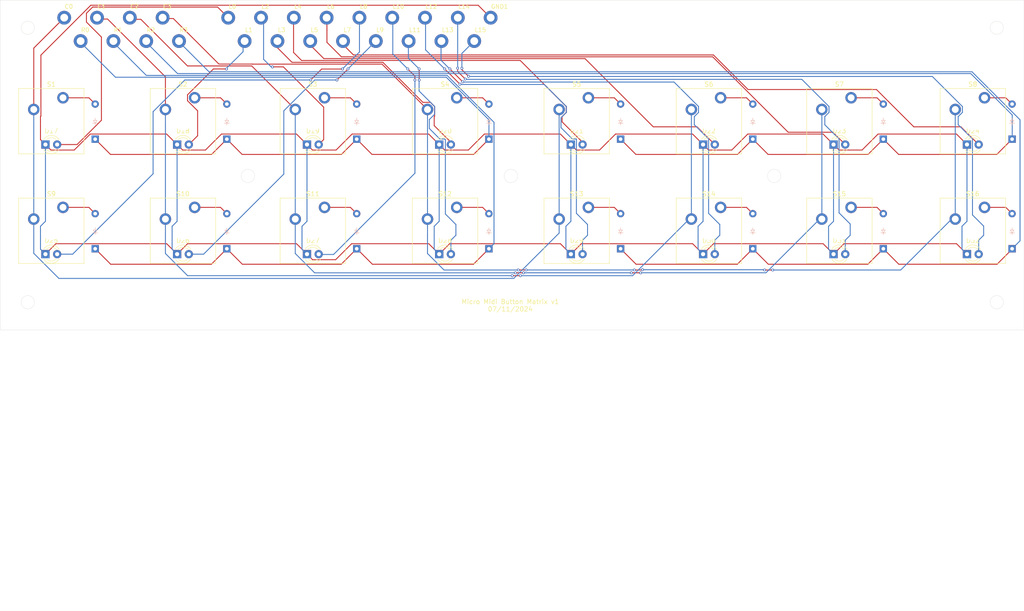
<source format=kicad_pcb>
(kicad_pcb (version 20240108) (generator "pcbnew") (generator_version "8.0")
  (layers (0 "F.Cu" signal) (31 "B.Cu" signal) (34 "B.Paste" user) (35 "F.Paste" user) (36 "B.SilkS" user "B.Silkscreen") (37 "F.SilkS" user "F.Silkscreen") (38 "B.Mask" user) (39 "F.Mask" user) (44 "Edge.Cuts" user))
  (net 0 "")
  (net 1 "Net-(D1-A)")
  (net 2 "Net-(D2-A)")
  (net 3 "Net-(D3-A)")
  (net 4 "Net-(D4-A)")
  (net 5 "Net-(D5-A)")
  (net 6 "Net-(D6-A)")
  (net 7 "Net-(D7-A)")
  (net 8 "Net-(D8-A)")
  (net 9 "Net-(D9-A)")
  (net 10 "Net-(D10-A)")
  (net 11 "Net-(D11-A)")
  (net 12 "Net-(D12-A)")
  (net 13 "Net-(D13-A)")
  (net 14 "Net-(D14-A)")
  (net 15 "Net-(D15-A)")
  (net 16 "Net-(D16-A)")
  (net 17 "Net-(D17-A)")
  (net 18 "Net-(D18-A)")
  (net 19 "Net-(D19-A)")
  (net 20 "Net-(D20-A)")
  (net 21 "Net-(D21-A)")
  (net 22 "Net-(D22-A)")
  (net 23 "Net-(D23-A)")
  (net 24 "Net-(D24-A)")
  (net 25 "Net-(D25-A)")
  (net 26 "Net-(D26-A)")
  (net 27 "Net-(D27-A)")
  (net 28 "Net-(D28-A)")
  (net 29 "Net-(D29-A)")
  (net 30 "Net-(D30-A)")
  (net 31 "Net-(D31-A)")
  (net 32 "Net-(D32-A)")
  (net 33 "Net-(C0-Pad1)")
  (net 34 "Net-(D1-K)")
  (net 35 "Net-(D5-K)")
  (net 36 "Net-(D10-K)")
  (net 37 "Net-(D13-K)")
  (net 38 "Net-(D17-K)")
  (net 39 "Net-(C1-Pad1)")
  (net 40 "Net-(C2-Pad1)")
  (net 41 "Net-(C3-Pad1)")
  (footprint "ScottoKeebs_MX:MX_PCB_1.00u" (layer "F.Cu") (at 246.803076 115.441549)
    (property "Reference" "S16")
    (property "Value" "Keyswitch")
  )
  (footprint "LED_THT:LED_D3.0mm" (layer "F.Cu") (at 74.083076 96.709049)
    (property "Reference" "D18")
    (property "Value" "LED")
  )
  (footprint "CustomLib:THROUGH HOLE PAD 1.7MM HOLE 3.0MM PAD" (layer "F.Cu") (at 56.698076 69.150049)
    (property "Reference" "C1")
    (property "Value" "MountingHole_Pad" (hide yes))
  )
  (footprint "LED_THT:LED_D3.0mm" (layer "F.Cu") (at 245.533076 96.709049)
    (property "Reference" "D24")
    (property "Value" "LED")
  )
  (footprint "LED_THT:LED_D3.0mm" (layer "F.Cu") (at 188.253076 96.709049)
    (property "Reference" "D22")
    (property "Value" "LED")
  )
  (footprint "LED_THT:LED_D3.0mm" (layer "F.Cu") (at 188.253076 120.521549)
    (property "Reference" "D30")
    (property "Value" "LED")
  )
  (footprint "CustomLib:THROUGH HOLE PAD 1.7MM HOLE 3.0MM PAD" (layer "F.Cu") (at 127.898076 69.150049)
    (property "Reference" "L12")
    (property "Value" "MountingHole_Pad" (hide yes))
  )
  (footprint "CustomLib:THROUGH HOLE PAD 1.7MM HOLE 3.0MM PAD" (layer "F.Cu") (at 63.818076 69.150049)
    (property "Reference" "C2")
    (property "Value" "MountingHole_Pad" (hide yes))
  )
  (footprint "LED_THT:LED_D3.0mm" (layer "F.Cu") (at 102.273076 96.709049)
    (property "Reference" "D19")
    (property "Value" "LED")
  )
  (footprint "CustomLib:THROUGH HOLE PAD 1.7MM HOLE 3.0MM PAD" (layer "F.Cu") (at 92.298076 69.150049)
    (property "Reference" "L2")
    (property "Value" "MountingHole_Pad" (hide yes))
  )
  (footprint "CustomLib:THROUGH HOLE PAD 1.7MM HOLE 3.0MM PAD" (layer "F.Cu") (at 53.138076 74.230049)
    (property "Reference" "R0")
    (property "Value" "MountingHole_Pad" (hide yes))
  )
  (footprint "ScottoKeebs_MX:MX_PCB_1.00u" (layer "F.Cu") (at 132.243076 115.441549)
    (property "Reference" "S12")
    (property "Value" "Keyswitch")
  )
  (footprint "CustomLib:THROUGH HOLE PAD 1.7MM HOLE 3.0MM PAD" (layer "F.Cu") (at 124.338076 74.230049)
    (property "Reference" "L11")
    (property "Value" "MountingHole_Pad" (hide yes))
  )
  (footprint "LED_THT:LED_D3.0mm" (layer "F.Cu") (at 130.973076 96.709049)
    (property "Reference" "D20")
    (property "Value" "LED")
  )
  (footprint "CustomLib:THROUGH HOLE PAD 1.7MM HOLE 3.0MM PAD" (layer "F.Cu") (at 102.978076 74.230049)
    (property "Reference" "L5")
    (property "Value" "MountingHole_Pad" (hide yes))
  )
  (footprint "LED_THT:LED_D3.0mm" (layer "F.Cu") (at 45.503076 120.521549)
    (property "Reference" "D25")
    (property "Value" "LED")
  )
  (footprint "ScottoKeebs_MX:MX_PCB_1.00u" (layer "F.Cu") (at 46.773076 91.629049)
    (property "Reference" "S1")
    (property "Value" "Keyswitch")
  )
  (footprint "ScottoKeebs_MX:MX_PCB_1.00u" (layer "F.Cu") (at 246.803076 91.629049)
    (property "Reference" "S8")
    (property "Value" "Keyswitch")
  )
  (footprint "ScottoKeebs_MX:MX_PCB_1.00u" (layer "F.Cu") (at 75.353076 115.441549)
    (property "Reference" "S10")
    (property "Value" "Keyswitch")
  )
  (footprint "LED_THT:LED_D3.0mm" (layer "F.Cu") (at 102.273076 120.521549)
    (property "Reference" "D27")
    (property "Value" "LED")
  )
  (footprint "LED_THT:LED_D3.0mm" (layer "F.Cu") (at 216.573076 120.521549)
    (property "Reference" "D31")
    (property "Value" "LED")
  )
  (footprint "CustomLib:THROUGH HOLE PAD 1.7MM HOLE 3.0MM PAD" (layer "F.Cu") (at 88.738076 74.230049)
    (property "Reference" "L1")
    (property "Value" "MountingHole_Pad" (hide yes))
  )
  (footprint "CustomLib:THROUGH HOLE PAD 1.7MM HOLE 3.0MM PAD" (layer "F.Cu") (at 85.178076 69.150049)
    (property "Reference" "L0")
    (property "Value" "MountingHole_Pad" (hide yes))
  )
  (footprint "ScottoKeebs_MX:MX_PCB_1.00u" (layer "F.Cu") (at 217.843076 115.441549)
    (property "Reference" "S15")
    (property "Value" "Keyswitch")
  )
  (footprint "CustomLib:THROUGH HOLE PAD 1.7MM HOLE 3.0MM PAD" (layer "F.Cu") (at 120.778076 69.150049)
    (property "Reference" "L10")
    (property "Value" "MountingHole_Pad" (hide yes))
  )
  (footprint "CustomLib:THROUGH HOLE PAD 1.7MM HOLE 3.0MM PAD" (layer "F.Cu") (at 99.418076 69.150049)
    (property "Reference" "L4")
    (property "Value" "MountingHole_Pad" (hide yes))
  )
  (footprint "CustomLib:THROUGH HOLE PAD 1.7MM HOLE 3.0MM PAD" (layer "F.Cu") (at 70.938076 69.150049)
    (property "Reference" "C3")
    (property "Value" "MountingHole_Pad" (hide yes))
  )
  (footprint "ScottoKeebs_MX:MX_PCB_1.00u" (layer "F.Cu") (at 75.353076 91.629049)
    (property "Reference" "S2")
    (property "Value" "Keyswitch")
  )
  (footprint "ScottoKeebs_MX:MX_PCB_1.00u" (layer "F.Cu") (at 160.823076 91.629049)
    (property "Reference" "S5")
    (property "Value" "Keyswitch")
  )
  (footprint "CustomLib:THROUGH HOLE PAD 1.7MM HOLE 3.0MM PAD" (layer "F.Cu") (at 113.658076 69.150049)
    (property "Reference" "L8")
    (property "Value" "MountingHole_Pad" (hide yes))
  )
  (footprint "CustomLib:THROUGH HOLE PAD 1.7MM HOLE 3.0MM PAD" (layer "F.Cu") (at 131.458076 74.230049)
    (property "Reference" "L13")
    (property "Value" "MountingHole_Pad" (hide yes))
  )
  (footprint "ScottoKeebs_MX:MX_PCB_1.00u" (layer "F.Cu") (at 217.843076 91.629049)
    (property "Reference" "S7")
    (property "Value" "Keyswitch")
  )
  (footprint "CustomLib:THROUGH HOLE PAD 1.7MM HOLE 3.0MM PAD" (layer "F.Cu") (at 60.258076 74.230049)
    (property "Reference" "R1")
    (property "Value" "MountingHole_Pad" (hide yes))
  )
  (footprint "CustomLib:THROUGH HOLE PAD 1.7MM HOLE 3.0MM PAD" (layer "F.Cu") (at 106.538076 69.150049)
    (property "Reference" "L6")
    (property "Value" "MountingHole_Pad" (hide yes))
  )
  (footprint "CustomLib:THROUGH HOLE PAD 1.7MM HOLE 3.0MM PAD" (layer "F.Cu") (at 110.098076 74.230049)
    (property "Reference" "L7")
    (property "Value" "MountingHole_Pad" (hide yes))
  )
  (footprint "CustomLib:THROUGH HOLE PAD 1.7MM HOLE 3.0MM PAD" (layer "F.Cu") (at 67.378076 74.230049)
    (property "Reference" "R2")
    (property "Value" "MountingHole_Pad" (hide yes))
  )
  (footprint "ScottoKeebs_MX:MX_PCB_1.00u" (layer "F.Cu") (at 132.243076 91.629049)
    (property "Reference" "S4")
    (property "Value" "Keyswitch")
  )
  (footprint "ScottoKeebs_MX:MX_PCB_1.00u" (layer "F.Cu") (at 160.823076 115.441549)
    (property "Reference" "S13")
    (property "Value" "Keyswitch")
  )
  (footprint "CustomLib:THROUGH HOLE PAD 1.7MM HOLE 3.0MM PAD" (layer "F.Cu") (at 138.578076 74.230049)
    (property "Reference" "L15")
    (property "Value" "MountingHole_Pad" (hide yes))
  )
  (footprint "CustomLib:THROUGH HOLE PAD 1.7MM HOLE 3.0MM PAD" (layer "F.Cu") (at 142.138076 69.150049)
    (property "Reference" "GND1")
    (property "Value" "MountingHole_Pad" (hide yes))
  )
  (footprint "ScottoKeebs_MX:MX_PCB_1.00u" (layer "F.Cu") (at 189.523076 115.441549)
    (property "Reference" "S14")
    (property "Value" "Keyswitch")
  )
  (footprint "CustomLib:THROUGH HOLE PAD 1.7MM HOLE 3.0MM PAD" (layer "F.Cu") (at 49.578076 69.150049)
    (property "Reference" "C0")
    (property "Value" "MountingHole_Pad" (hide yes))
  )
  (footprint "ScottoKeebs_MX:MX_PCB_1.00u" (layer "F.Cu") (at 103.543076 91.629049)
    (property "Reference" "S3")
    (property "Value" "Keyswitch")
  )
  (footprint "LED_THT:LED_D3.0mm" (layer "F.Cu") (at 130.973076 120.521549)
    (property "Reference" "D28")
    (property "Value" "LED")
  )
  (footprint "LED_THT:LED_D3.0mm" (layer "F.Cu") (at 74.083076 120.521549)
    (property "Reference" "D26")
    (property "Value" "LED")
  )
  (footprint "LED_THT:LED_D3.0mm" (layer "F.Cu") (at 159.553076 96.709049)
    (property "Reference" "D21")
    (property "Value" "LED")
  )
  (footprint "CustomLib:THROUGH HOLE PAD 1.7MM HOLE 3.0MM PAD" (layer "F.Cu") (at 74.498076 74.230049)
    (property "Reference" "R3")
    (property "Value" "MountingHole_Pad" (hide yes))
  )
  (footprint "LED_THT:LED_D3.0mm" (layer "F.Cu") (at 216.573076 96.709049)
    (property "Reference" "D23")
    (property "Value" "LED")
  )
  (footprint "CustomLib:THROUGH HOLE PAD 1.7MM HOLE 3.0MM PAD" (layer "F.Cu") (at 135.018076 69.150049)
    (property "Reference" "L14")
    (property "Value" "MountingHole_Pad" (hide yes))
  )
  (footprint "LED_THT:LED_D3.0mm" (layer "F.Cu") (at 45.503076 96.709049)
    (property "Reference" "D17")
    (property "Value" "LED")
  )
  (footprint "LED_THT:LED_D3.0mm" (layer "F.Cu") (at 245.533076 120.521549)
    (property "Reference" "D32")
    (property "Value" "LED")
  )
  (footprint "ScottoKeebs_MX:MX_PCB_1.00u" (layer "F.Cu") (at 46.773076 115.441549)
    (property "Reference" "S9")
    (property "Value" "Keyswitch")
  )
  (footprint "ScottoKeebs_MX:MX_PCB_1.00u" (layer "F.Cu") (at 103.543076 115.441549)
    (property "Reference" "S11")
    (property "Value" "Keyswitch")
  )
  (footprint "ScottoKeebs_MX:MX_PCB_1.00u" (layer "F.Cu") (at 189.523076 91.629049)
    (property "Reference" "S6")
    (property "Value" "Keyswitch")
  )
  (footprint "CustomLib:THROUGH HOLE PAD 1.7MM HOLE 3.0MM PAD" (layer "F.Cu") (at 95.858076 74.230049)
    (property "Reference" "L3")
    (property "Value" "MountingHole_Pad" (hide yes))
  )
  (footprint "LED_THT:LED_D3.0mm" (layer "F.Cu") (at 159.553076 120.521549)
    (property "Reference" "D29")
    (property "Value" "LED")
  )
  (footprint "CustomLib:THROUGH HOLE PAD 1.7MM HOLE 3.0MM PAD" (layer "F.Cu") (at 117.218076 74.230049)
    (property "Reference" "L9")
    (property "Value" "MountingHole_Pad" (hide yes))
  )
  (footprint "ScottoKeebs_Components:Diode_DO-35" (layer "B.Cu") (at 84.878076 95.536549 90)
    (property "Reference" "D2" (hide yes))
    (property "Value" "Diode" (hide yes))
  )
  (footprint "ScottoKeebs_Components:Diode_DO-35" (layer "B.Cu") (at 227.378076 95.536549 90)
    (property "Reference" "D7" (hide yes))
    (property "Value" "Diode" (hide yes))
  )
  (footprint "ScottoKeebs_Components:Diode_DO-35" (layer "B.Cu") (at 56.298076 119.349049 90)
    (property "Reference" "D9" (hide yes))
    (property "Value" "Diode" (hide yes))
  )
  (footprint "ScottoKeebs_Components:Diode_DO-35" (layer "B.Cu") (at 56.298076 95.536549 90)
    (property "Reference" "D1" (hide yes))
    (property "Value" "Diode" (hide yes))
  )
  (footprint "ScottoKeebs_Components:Diode_DO-35" (layer "B.Cu") (at 170.348076 95.536549 90)
    (property "Reference" "D5" (hide yes))
    (property "Value" "Diode" (hide yes))
  )
  (footprint "ScottoKeebs_Components:Diode_DO-35" (layer "B.Cu") (at 84.878076 119.349049 90)
    (property "Reference" "D10" (hide yes))
    (property "Value" "Diode" (hide yes))
  )
  (footprint "ScottoKeebs_Components:Diode_DO-35" (layer "B.Cu") (at 227.378076 119.349049 90)
    (property "Reference" "D15" (hide yes))
    (property "Value" "Diode" (hide yes))
  )
  (footprint "ScottoKeebs_Components:Diode_DO-35" (layer "B.Cu") (at 255.328076 95.536549 90)
    (property "Reference" "D8" (hide yes))
    (property "Value" "Diode" (hide yes))
  )
  (footprint "ScottoKeebs_Components:Diode_DO-35" (layer "B.Cu") (at 113.068076 95.536549 90)
    (property "Reference" "D3" (hide yes))
    (property "Value" "Diode" (hide yes))
  )
  (footprint "ScottoKeebs_Components:Diode_DO-35" (layer "B.Cu") (at 141.768076 95.536549 90)
    (property "Reference" "D4" (hide yes))
    (property "Value" "Diode" (hide yes))
  )
  (footprint "ScottoKeebs_Components:Diode_DO-35" (layer "B.Cu") (at 170.348076 119.349049 90)
    (property "Reference" "D13" (hide yes))
    (property "Value" "Diode" (hide yes))
  )
  (footprint "ScottoKeebs_Components:Diode_DO-35" (layer "B.Cu") (at 199.048076 95.536549 90)
    (property "Reference" "D6" (hide yes))
    (property "Value" "Diode" (hide yes))
  )
  (footprint "ScottoKeebs_Components:Diode_DO-35" (layer "B.Cu") (at 255.328076 119.349049 90)
    (property "Reference" "D16" (hide yes))
    (property "Value" "Diode" (hide yes))
  )
  (footprint "ScottoKeebs_Components:Diode_DO-35" (layer "B.Cu") (at 113.068076 119.349049 90)
    (property "Reference" "D11" (hide yes))
    (property "Value" "Diode" (hide yes))
  )
  (footprint "ScottoKeebs_Components:Diode_DO-35" (layer "B.Cu") (at 199.048076 119.349049 90)
    (property "Reference" "D14" (hide yes))
    (property "Value" "Diode" (hide yes))
  )
  (footprint "ScottoKeebs_Components:Diode_DO-35" (layer "B.Cu") (at 141.768076 119.349049 90)
    (property "Reference" "D12" (hide yes))
    (property "Value" "Diode" (hide yes))
  )
  (gr_circle (center 89.448076 103.535549) (end 87.996451 103.535549) (stroke (width 0.05)) (fill none) (layer "Edge.Cuts"))
  (gr_circle (center 252.003076 130.966049) (end 250.551451 130.966049) (stroke (width 0.05)) (fill none) (layer "Edge.Cuts"))
  (gr_circle (center 252.003076 71.334049) (end 250.551451 71.334049) (stroke (width 0.05)) (fill none) (layer "Edge.Cuts"))
  (gr_circle (center 146.533076 103.535549) (end 145.081451 103.535549) (stroke (width 0.05)) (fill none) (layer "Edge.Cuts"))
  (gr_circle (center 41.663076 130.966049) (end 40.211451 130.966049) (stroke (width 0.05)) (fill none) (layer "Edge.Cuts"))
  (gr_circle (center 203.683076 103.535549) (end 202.231451 103.535549) (stroke (width 0.05)) (fill none) (layer "Edge.Cuts"))
  (gr_rect (start 35.663076 65.334049) (end 257.913076 136.966049) (stroke (width 0.05)) (fill none) (layer "Edge.Cuts"))
  (gr_circle (center 41.663076 71.334049) (end 40.211451 71.334049) (stroke (width 0.05)) (fill none) (layer "Edge.Cuts"))
  (gr_text "Micro Midi Button Matrix v1\n07/11/2024" (at 146.403076 133.045549 0) (layer "F.SilkS") (effects (font (size 1 1)) (justify bottom)))
  (segment (start 49.313076 86.707799) (end 49.154326 86.866549) (width 0.2) (layer "F.Cu") (net 1))
  (segment (start 49.313076 86.549049) (end 54.930576 86.549049) (width 0.2) (layer "F.Cu") (net 1))
  (segment (start 49.313076 86.549049) (end 49.313076 86.707799) (width 0.2) (layer "F.Cu") (net 1))
  (segment (start 54.930576 86.549049) (end 56.298076 87.916549) (width 0.2) (layer "F.Cu") (net 1))
  (segment (start 77.893076 86.549049) (end 83.510576 86.549049) (width 0.2) (layer "F.Cu") (net 2))
  (segment (start 83.510576 86.549049) (end 84.878076 87.916549) (width 0.2) (layer "F.Cu") (net 2))
  (segment (start 106.083076 86.549049) (end 111.700576 86.549049) (width 0.2) (layer "F.Cu") (net 3))
  (segment (start 111.700576 86.549049) (end 113.068076 87.916549) (width 0.2) (layer "F.Cu") (net 3))
  (segment (start 134.783076 86.549049) (end 140.400576 86.549049) (width 0.2) (layer "F.Cu") (net 4))
  (segment (start 140.400576 86.549049) (end 141.768076 87.916549) (width 0.2) (layer "F.Cu") (net 4))
  (segment (start 163.363076 86.549049) (end 168.980576 86.549049) (width 0.2) (layer "F.Cu") (net 5))
  (segment (start 168.980576 86.549049) (end 170.348076 87.916549) (width 0.2) (layer "F.Cu") (net 5))
  (segment (start 197.680576 86.549049) (end 199.048076 87.916549) (width 0.2) (layer "F.Cu") (net 6))
  (segment (start 192.063076 86.549049) (end 197.680576 86.549049) (width 0.2) (layer "F.Cu") (net 6))
  (segment (start 220.383076 86.549049) (end 226.010576 86.549049) (width 0.2) (layer "F.Cu") (net 7))
  (segment (start 226.010576 86.549049) (end 227.378076 87.916549) (width 0.2) (layer "F.Cu") (net 7))
  (segment (start 253.939326 86.549049) (end 255.306826 87.916549) (width 0.2) (layer "F.Cu") (net 8))
  (segment (start 249.343076 86.549049) (end 253.939326 86.549049) (width 0.2) (layer "F.Cu") (net 8))
  (segment (start 49.313076 110.361549) (end 54.930576 110.361549) (width 0.2) (layer "F.Cu") (net 9))
  (segment (start 54.930576 110.361549) (end 56.298076 111.729049) (width 0.2) (layer "F.Cu") (net 9))
  (segment (start 77.893076 110.361549) (end 83.510576 110.361549) (width 0.2) (layer "F.Cu") (net 10))
  (segment (start 83.510576 110.361549) (end 84.878076 111.729049) (width 0.2) (layer "F.Cu") (net 10))
  (segment (start 106.083076 110.361549) (end 111.700576 110.361549) (width 0.2) (layer "F.Cu") (net 11))
  (segment (start 111.700576 110.361549) (end 113.068076 111.729049) (width 0.2) (layer "F.Cu") (net 11))
  (segment (start 140.400576 110.361549) (end 141.768076 111.729049) (width 0.2) (layer "F.Cu") (net 12))
  (segment (start 134.783076 110.361549) (end 140.400576 110.361549) (width 0.2) (layer "F.Cu") (net 12))
  (segment (start 168.980576 110.361549) (end 170.348076 111.729049) (width 0.2) (layer "F.Cu") (net 13))
  (segment (start 163.363076 110.361549) (end 168.980576 110.361549) (width 0.2) (layer "F.Cu") (net 13))
  (segment (start 192.063076 110.361549) (end 197.680576 110.361549) (width 0.2) (layer "F.Cu") (net 14))
  (segment (start 197.680576 110.361549) (end 199.048076 111.729049) (width 0.2) (layer "F.Cu") (net 14))
  (segment (start 226.010576 110.361549) (end 227.378076 111.729049) (width 0.2) (layer "F.Cu") (net 15))
  (segment (start 220.383076 110.361549) (end 226.010576 110.361549) (width 0.2) (layer "F.Cu") (net 15))
  (segment (start 253.960576 110.361549) (end 255.328076 111.729049) (width 0.2) (layer "F.Cu") (net 16))
  (segment (start 249.343076 110.361549) (end 253.960576 110.361549) (width 0.2) (layer "F.Cu") (net 16))
  (segment (start 55.745384 66.850049) (end 82.878076 66.850049) (width 0.2) (layer "F.Cu") (net 17))
  (segment (start 54.398076 70.102741) (end 54.398076 68.197357) (width 0.2) (layer "F.Cu") (net 17))
  (segment (start 54.398076 68.197357) (end 55.745384 66.850049) (width 0.2) (layer "F.Cu") (net 17))
  (segment (start 48.043076 96.709049) (end 52.377872 96.709049) (width 0.2) (layer "F.Cu") (net 17))
  (segment (start 82.878076 66.850049) (end 85.178076 69.150049) (width 0.2) (layer "F.Cu") (net 17))
  (segment (start 57.650768 91.436153) (end 57.650768 73.355433) (width 0.2) (layer "F.Cu") (net 17))
  (segment (start 57.650768 73.355433) (end 54.398076 70.102741) (width 0.2) (layer "F.Cu") (net 17))
  (segment (start 52.377872 96.709049) (end 57.650768 91.436153) (width 0.2) (layer "F.Cu") (net 17))
  (segment (start 78.535108 89.383113) (end 78.535108 94.797017) (width 0.2) (layer "F.Cu") (net 18))
  (segment (start 81.959527 80.290566) (end 76.343076 85.907017) (width 0.2) (layer "F.Cu") (net 18))
  (segment (start 84.803076 80.290566) (end 81.959527 80.290566) (width 0.2) (layer "F.Cu") (net 18))
  (segment (start 76.343076 85.907017) (end 76.343076 87.191081) (width 0.2) (layer "F.Cu") (net 18))
  (segment (start 78.535108 94.797017) (end 76.623076 96.709049) (width 0.2) (layer "F.Cu") (net 18))
  (segment (start 76.343076 87.191081) (end 78.535108 89.383113) (width 0.2) (layer "F.Cu") (net 18))
  (via (at 84.803076 80.290566) (size 0.6) (drill 0.3) (layers "F.Cu" "B.Cu") (net 18))
  (segment (start 84.803076 80.290566) (end 84.803076 80.145253) (width 0.2) (layer "B.Cu") (net 18))
  (segment (start 88.403847 74.564278) (end 88.738076 74.230049) (width 0.2) (layer "B.Cu") (net 18))
  (segment (start 88.403847 76.544482) (end 88.403847 74.564278) (width 0.2) (layer "B.Cu") (net 18))
  (segment (start 84.803076 80.145253) (end 88.403847 76.544482) (width 0.2) (layer "B.Cu") (net 18))
  (segment (start 94.794213 79.832548) (end 97.144459 79.832548) (width 0.2) (layer "F.Cu") (net 19))
  (segment (start 94.781887 79.844874) (end 94.794213 79.832548) (width 0.2) (layer "F.Cu") (net 19))
  (segment (start 105.893076 88.581165) (end 105.893076 95.629049) (width 0.2) (layer "F.Cu") (net 19))
  (segment (start 97.144459 79.832548) (end 105.893076 88.581165) (width 0.2) (layer "F.Cu") (net 19))
  (segment (start 105.893076 95.629049) (end 104.813076 96.709049) (width 0.2) (layer "F.Cu") (net 19))
  (via (at 94.781887 79.844874) (size 0.6) (drill 0.3) (layers "F.Cu" "B.Cu") (net 19))
  (segment (start 94.781887 79.844874) (end 94.50851 79.844874) (width 0.2) (layer "B.Cu") (net 19))
  (segment (start 92.85377 78.190134) (end 92.85377 69.705743) (width 0.2) (layer "B.Cu") (net 19))
  (segment (start 94.50851 79.844874) (end 92.85377 78.190134) (width 0.2) (layer "B.Cu") (net 19))
  (segment (start 92.85377 69.705743) (end 92.298076 69.150049) (width 0.2) (layer "B.Cu") (net 19))
  (segment (start 129.983076 90.565647) (end 129.983076 88.447017) (width 0.2) (layer "F.Cu") (net 20))
  (segment (start 129.983076 88.447017) (end 129.075108 87.539049) (width 0.2) (layer "F.Cu") (net 20))
  (segment (start 127.431446 87.539049) (end 118.737271 78.844874) (width 0.2) (layer "F.Cu") (net 20))
  (segment (start 95.853076 74.235049) (end 95.858076 74.230049) (width 0.2) (layer "F.Cu") (net 20))
  (segment (start 95.853076 75.680855) (end 95.853076 74.235049) (width 0.2) (layer "F.Cu") (net 20))
  (segment (start 129.893076 90.655647) (end 129.983076 90.565647) (width 0.2) (layer "F.Cu") (net 20))
  (segment (start 133.513076 96.222451) (end 129.893076 92.602451) (width 0.2) (layer "F.Cu") (net 20))
  (segment (start 99.017095 78.844874) (end 95.853076 75.680855) (width 0.2) (layer "F.Cu") (net 20))
  (segment (start 118.737271 78.844874) (end 99.017095 78.844874) (width 0.2) (layer "F.Cu") (net 20))
  (segment (start 129.893076 92.602451) (end 129.893076 90.655647) (width 0.2) (layer "F.Cu") (net 20))
  (segment (start 129.075108 87.539049) (end 127.431446 87.539049) (width 0.2) (layer "F.Cu") (net 20))
  (segment (start 133.513076 96.709049) (end 133.513076 96.222451) (width 0.2) (layer "F.Cu") (net 20))
  (segment (start 99.363076 69.205049) (end 99.418076 69.150049) (width 0.2) (layer "F.Cu") (net 21))
  (segment (start 162.093076 96.709049) (end 162.093076 96.225664) (width 0.2) (layer "F.Cu") (net 21))
  (segment (start 158.563076 88.447017) (end 148.560933 78.444874) (width 0.2) (layer "F.Cu") (net 21))
  (segment (start 158.563076 89.731081) (end 158.563076 88.447017) (width 0.2) (layer "F.Cu") (net 21))
  (segment (start 157.655108 90.639049) (end 158.563076 89.731081) (width 0.2) (layer "F.Cu") (net 21))
  (segment (start 157.655108 91.787696) (end 157.655108 90.639049) (width 0.2) (layer "F.Cu") (net 21))
  (segment (start 99.363076 76.711771) (end 99.363076 69.205049) (width 0.2) (layer "F.Cu") (net 21))
  (segment (start 101.096179 78.444874) (end 99.363076 76.711771) (width 0.2) (layer "F.Cu") (net 21))
  (segment (start 148.560933 78.444874) (end 101.096179 78.444874) (width 0.2) (layer "F.Cu") (net 21))
  (segment (start 162.093076 96.225664) (end 157.655108 91.787696) (width 0.2) (layer "F.Cu") (net 21))
  (segment (start 190.793076 96.709049) (end 186.938076 92.854049) (width 0.2) (layer "F.Cu") (net 22))
  (segment (start 177.431566 92.854049) (end 162.622391 78.044874) (width 0.2) (layer "F.Cu") (net 22))
  (segment (start 102.978076 75.091017) (end 102.978076 74.230049) (width 0.2) (layer "F.Cu") (net 22))
  (segment (start 162.622391 78.044874) (end 105.931933 78.044874) (width 0.2) (layer "F.Cu") (net 22))
  (segment (start 105.931933 78.044874) (end 102.978076 75.091017) (width 0.2) (layer "F.Cu") (net 22))
  (segment (start 186.938076 92.854049) (end 177.431566 92.854049) (width 0.2) (layer "F.Cu") (net 22))
  (segment (start 106.59948 69.211453) (end 106.538076 69.150049) (width 0.2) (layer "F.Cu") (net 23))
  (segment (start 190.332036 77.644874) (end 109.73652 77.644874) (width 0.2) (layer "F.Cu") (net 23))
  (segment (start 109.73652 77.644874) (end 106.59948 74.507834) (width 0.2) (layer "F.Cu") (net 23))
  (segment (start 219.113076 96.709049) (end 216.440576 94.036549) (width 0.2) (layer "F.Cu") (net 23))
  (segment (start 216.440576 94.036549) (end 206.723711 94.036549) (width 0.2) (layer "F.Cu") (net 23))
  (segment (start 106.59948 74.507834) (end 106.59948 71.834049) (width 0.2) (layer "F.Cu") (net 23))
  (segment (start 206.723711 94.036549) (end 190.332036 77.644874) (width 0.2) (layer "F.Cu") (net 23))
  (segment (start 106.59948 71.834049) (end 106.59948 69.211453) (width 0.2) (layer "F.Cu") (net 23))
  (segment (start 248.073076 96.709049) (end 244.218076 92.854049) (width 0.2) (layer "F.Cu") (net 24))
  (segment (start 110.098076 74.985638) (end 110.098076 74.230049) (width 0.2) (layer "F.Cu") (net 24))
  (segment (start 190.497722 77.244874) (end 112.357312 77.244874) (width 0.2) (layer "F.Cu") (net 24))
  (segment (start 198.015411 84.762564) (end 193.320853 80.068006) (width 0.2) (layer "F.Cu") (net 24))
  (segment (start 112.357312 77.244874) (end 110.098076 74.985638) (width 0.2) (layer "F.Cu") (net 24))
  (segment (start 193.320853 80.068006) (end 190.497722 77.244874) (width 0.2) (layer "F.Cu") (net 24))
  (segment (start 244.218076 92.854049) (end 233.984027 92.854049) (width 0.2) (layer "F.Cu") (net 24))
  (segment (start 233.984027 92.854049) (end 225.892542 84.762564) (width 0.2) (layer "F.Cu") (net 24))
  (segment (start 225.892542 84.762564) (end 198.015411 84.762564) (width 0.2) (layer "F.Cu") (net 24))
  (segment (start 103.090999 82.671279) (end 103.090999 82.690566) (width 0.2) (layer "F.Cu") (net 25))
  (segment (start 109.966647 80.312926) (end 105.449352 80.312926) (width 0.2) (layer "F.Cu") (net 25))
  (segment (start 105.449352 80.312926) (end 103.090999 82.671279) (width 0.2) (layer "F.Cu") (net 25))
  (segment (start 109.989007 80.290566) (end 109.966647 80.312926) (width 0.2) (layer "F.Cu") (net 25))
  (via (at 103.090999 82.690566) (size 0.6) (drill 0.3) (layers "F.Cu" "B.Cu") (net 25))
  (via (at 109.989007 80.290566) (size 0.6) (drill 0.3) (layers "F.Cu" "B.Cu") (net 25))
  (segment (start 109.989007 80.282275) (end 113.663076 76.608206) (width 0.2) (layer "B.Cu") (net 25))
  (segment (start 51.409781 120.521549) (end 48.043076 120.521549) (width 0.2) (layer "B.Cu") (net 25))
  (segment (start 68.873434 103.057896) (end 51.409781 120.521549) (width 0.2) (layer "B.Cu") (net 25))
  (segment (start 68.873434 89.566659) (end 68.873434 103.057896) (width 0.2) (layer "B.Cu") (net 25))
  (segment (start 75.749527 82.690566) (end 68.873434 89.566659) (width 0.2) (layer "B.Cu") (net 25))
  (segment (start 113.663076 76.608206) (end 113.663076 69.155049) (width 0.2) (layer "B.Cu") (net 25))
  (segment (start 103.090999 82.690566) (end 75.749527 82.690566) (width 0.2) (layer "B.Cu") (net 25))
  (segment (start 113.663076 69.155049) (end 113.658076 69.150049) (width 0.2) (layer "B.Cu") (net 25))
  (segment (start 109.989007 80.290566) (end 109.989007 80.282275) (width 0.2) (layer "B.Cu") (net 25))
  (segment (start 111.173711 80.290566) (end 111.173711 80.292987) (width 0.2) (layer "F.Cu") (net 26))
  (segment (start 108.776132 82.690566) (end 108.775952 82.690566) (width 0.2) (layer "F.Cu") (net 26))
  (segment (start 111.173711 80.292987) (end 108.776132 82.690566) (width 0.2) (layer "F.Cu") (net 26))
  (via (at 108.775952 82.690566) (size 0.6) (drill 0.3) (layers "F.Cu" "B.Cu") (net 26))
  (via (at 111.173711 80.290566) (size 0.6) (drill 0.3) (layers "F.Cu" "B.Cu") (net 26))
  (segment (start 79.83979 120.521549) (end 76.623076 120.521549) (width 0.2) (layer "B.Cu") (net 26))
  (segment (start 114.422192 77.044506) (end 114.430221 77.044506) (width 0.2) (layer "B.Cu") (net 26))
  (segment (start 111.176132 80.290566) (end 114.422192 77.044506) (width 0.2) (layer "B.Cu") (net 26))
  (segment (start 103.939527 82.690566) (end 97.238076 89.392017) (width 0.2) (layer "B.Cu") (net 26))
  (segment (start 108.775952 82.690566) (end 103.939527 82.690566) (width 0.2) (layer "B.Cu") (net 26))
  (segment (start 111.173711 80.290566) (end 111.176132 80.290566) (width 0.2) (layer "B.Cu") (net 26))
  (segment (start 114.430221 77.017904) (end 117.218076 74.230049) (width 0.2) (layer "B.Cu") (net 26))
  (segment (start 97.238076 89.392017) (end 97.238076 103.123263) (width 0.2) (layer "B.Cu") (net 26))
  (segment (start 97.238076 103.123263) (end 79.83979 120.521549) (width 0.2) (layer "B.Cu") (net 26))
  (segment (start 114.430221 77.044506) (end 114.430221 77.017904) (width 0.2) (layer "B.Cu") (net 26))
  (segment (start 125.69595 81.836835) (end 124.149681 80.290566) (width 0.2) (layer "F.Cu") (net 27))
  (segment (start 125.69595 82.690566) (end 125.69595 81.836835) (width 0.2) (layer "F.Cu") (net 27))
  (via (at 125.69595 82.690566) (size 0.6) (drill 0.3) (layers "F.Cu" "B.Cu") (net 27))
  (via (at 124.149681 80.290566) (size 0.6) (drill 0.3) (layers "F.Cu" "B.Cu") (net 27))
  (segment (start 125.702922 102.932646) (end 108.04367 120.591898) (width 0.2) (layer "B.Cu") (net 27))
  (segment (start 125.702922 82.697538) (end 125.702922 102.932646) (width 0.2) (layer "B.Cu") (net 27))
  (segment (start 125.69595 82.690566) (end 125.702922 82.697538) (width 0.2) (layer "B.Cu") (net 27))
  (segment (start 104.883425 120.591898) (end 104.813076 120.521549) (width 0.2) (layer "B.Cu") (net 27))
  (segment (start 120.895592 77.036477) (end 120.895592 69.267565) (width 0.2) (layer "B.Cu") (net 27))
  (segment (start 124.149681 80.290566) (end 120.895592 77.036477) (width 0.2) (layer "B.Cu") (net 27))
  (segment (start 108.04367 120.591898) (end 104.883425 120.591898) (width 0.2) (layer "B.Cu") (net 27))
  (segment (start 120.895592 69.267565) (end 120.778076 69.150049) (width 0.2) (layer "B.Cu") (net 27))
  (segment (start 126.631568 80.297951) (end 126.624183 80.290566) (width 0.2) (layer "F.Cu") (net 28))
  (segment (start 126.631568 82.690566) (end 126.631568 80.297951) (width 0.2) (layer "F.Cu") (net 28))
  (via (at 126.631568 82.690566) (size 0.6) (drill 0.3) (layers "F.Cu" "B.Cu") (net 28))
  (via (at 126.624183 80.290566) (size 0.6) (drill 0.3) (layers "F.Cu" "B.Cu") (net 28))
  (segment (start 129.983076 88.447017) (end 129.983076 90.12373) (width 0.2) (layer "B.Cu") (net 28))
  (segment (start 124.285547 77.95193) (end 124.285547 74.282578) (width 0.2) (layer "B.Cu") (net 28))
  (segment (start 126.613327 82.708807) (end 126.613327 85.077268) (width 0.2) (layer "B.Cu") (net 28))
  (segment (start 132.173076 95.509049) (end 132.313076 95.649049) (width 0.2) (layer "B.Cu") (net 28))
  (segment (start 132.313076 95.649049) (end 132.313076 111.799049) (width 0.2) (layer "B.Cu") (net 28))
  (segment (start 129.983076 90.12373) (end 128.833076 91.27373) (width 0.2) (layer "B.Cu") (net 28))
  (segment (start 131.117305 95.509049) (end 132.173076 95.509049) (width 0.2) (layer "B.Cu") (net 28))
  (segment (start 133.513076 117.494951) (end 133.513076 120.521549) (width 0.2) (layer "B.Cu") (net 28))
  (segment (start 134.593076 116.414951) (end 133.513076 117.494951) (width 0.2) (layer "B.Cu") (net 28))
  (segment (start 126.631568 82.690566) (end 126.613327 82.708807) (width 0.2) (layer "B.Cu") (net 28))
  (segment (start 124.285547 74.282578) (end 124.338076 74.230049) (width 0.2) (layer "B.Cu") (net 28))
  (segment (start 128.833076 91.27373) (end 128.833076 93.22482) (width 0.2) (layer "B.Cu") (net 28))
  (segment (start 128.833076 93.22482) (end 131.117305 95.509049) (width 0.2) (layer "B.Cu") (net 28))
  (segment (start 126.613327 85.077268) (end 129.983076 88.447017) (width 0.2) (layer "B.Cu") (net 28))
  (segment (start 126.624183 80.290566) (end 124.285547 77.95193) (width 0.2) (layer "B.Cu") (net 28))
  (segment (start 134.593076 114.079049) (end 134.593076 116.414951) (width 0.2) (layer "B.Cu") (net 28))
  (segment (start 132.313076 111.799049) (end 134.593076 114.079049) (width 0.2) (layer "B.Cu") (net 28))
  (segment (start 132.169477 80.290566) (end 135.475726 83.596815) (width 0.2) (layer "F.Cu") (net 29))
  (segment (start 135.475726 83.596815) (end 135.475726 83.596816) (width 0.2) (layer "F.Cu") (net 29))
  (via (at 132.169477 80.290566) (size 0.6) (drill 0.3) (layers "F.Cu" "B.Cu") (net 29))
  (via (at 135.475726 83.596816) (size 0.6) (drill 0.3) (layers "F.Cu" "B.Cu") (net 29))
  (segment (start 153.778812 83.662753) (end 158.563076 88.447017) (width 0.2) (layer "B.Cu") (net 29))
  (segment (start 162.093076 117.494951) (end 162.093076 120.521549) (width 0.2) (layer "B.Cu") (net 29))
  (segment (start 135.541663 83.662753) (end 153.778812 83.662753) (width 0.2) (layer "B.Cu") (net 29))
  (segment (start 163.173076 116.414951) (end 162.093076 117.494951) (width 0.2) (layer "B.Cu") (net 29))
  (segment (start 158.563076 88.447017) (end 158.563076 89.731081) (width 0.2) (layer "B.Cu") (net 29))
  (segment (start 160.753076 95.509049) (end 160.753076 111.656876) (width 0.2) (layer "B.Cu") (net 29))
  (segment (start 157.413076 90.881081) (end 157.413076 93.041132) (width 0.2) (layer "B.Cu") (net 29))
  (segment (start 158.563076 89.731081) (end 157.413076 90.881081) (width 0.2) (layer "B.Cu") (net 29))
  (segment (start 128.015321 76.13641) (end 128.015321 69.267294) (width 0.2) (layer "B.Cu") (net 29))
  (segment (start 132.169477 80.290566) (end 128.015321 76.13641) (width 0.2) (layer "B.Cu") (net 29))
  (segment (start 135.475726 83.596816) (end 135.541663 83.662753) (width 0.2) (layer "B.Cu") (net 29))
  (segment (start 128.015321 69.267294) (end 127.898076 69.150049) (width 0.2) (layer "B.Cu") (net 29))
  (segment (start 160.753076 111.656876) (end 163.173076 114.076876) (width 0.2) (layer "B.Cu") (net 29))
  (segment (start 159.880993 95.509049) (end 160.753076 95.509049) (width 0.2) (layer "B.Cu") (net 29))
  (segment (start 157.413076 93.041132) (end 159.880993 95.509049) (width 0.2) (layer "B.Cu") (net 29))
  (segment (start 163.173076 114.076876) (end 163.173076 116.414951) (width 0.2) (layer "B.Cu") (net 29))
  (segment (start 133.882213 80.890565) (end 136.054401 83.062753) (width 0.2) (layer "F.Cu") (net 30))
  (segment (start 136.054401 83.062753) (end 136.071361 83.062753) (width 0.2) (layer "F.Cu") (net 30))
  (segment (start 133.295138 80.290566) (end 133.882213 80.877641) (width 0.2) (layer "F.Cu") (net 30))
  (segment (start 133.882213 80.877641) (end 133.882213 80.890565) (width 0.2) (layer "F.Cu") (net 30))
  (via (at 133.295138 80.290566) (size 0.6) (drill 0.3) (layers "F.Cu" "B.Cu") (net 30))
  (via (at 136.071361 83.062753) (size 0.6) (drill 0.3) (layers "F.Cu" "B.Cu") (net 30))
  (segment (start 191.873076 116.414951) (end 190.793076 117.494951) (width 0.2) (layer "B.Cu") (net 30))
  (segment (start 187.263076 89.731081) (end 186.355108 90.639049) (width 0.2) (layer "B.Cu") (net 30))
  (segment (start 136.146498 83.13789) (end 181.953949 83.13789) (width 0.2) (layer "B.Cu") (net 30))
  (segment (start 131.375503 74.312622) (end 131.458076 74.230049) (width 0.2) (layer "B.Cu") (net 30))
  (segment (start 190.793076 117.494951) (end 190.793076 120.521549) (width 0.2) (layer "B.Cu") (net 30))
  (segment (start 181.953949 83.13789) (end 187.263076 88.447017) (width 0.2) (layer "B.Cu") (net 30))
  (segment (start 191.873076 114.082423) (end 191.873076 116.414951) (width 0.2) (layer "B.Cu") (net 30))
  (segment (start 189.453076 111.662423) (end 191.873076 114.082423) (width 0.2) (layer "B.Cu") (net 30))
  (segment (start 186.355108 90.639049) (end 186.355108 92.411081) (width 0.2) (layer "B.Cu") (net 30))
  (segment (start 186.355108 92.411081) (end 189.453076 95.509049) (width 0.2) (layer "B.Cu") (net 30))
  (segment (start 187.263076 88.447017) (end 187.263076 89.731081) (width 0.2) (layer "B.Cu") (net 30))
  (segment (start 133.295138 80.290566) (end 133.260696 80.290566) (width 0.2) (layer "B.Cu") (net 30))
  (segment (start 136.071361 83.062753) (end 136.146498 83.13789) (width 0.2) (layer "B.Cu") (net 30))
  (segment (start 189.453076 95.509049) (end 189.453076 111.662423) (width 0.2) (layer "B.Cu") (net 30))
  (segment (start 131.375503 78.405373) (end 131.375503 74.312622) (width 0.2) (layer "B.Cu") (net 30))
  (segment (start 133.260696 80.290566) (end 131.375503 78.405373) (width 0.2) (layer "B.Cu") (net 30))
  (segment (start 134.983076 80.843174) (end 136.630468 82.490566) (width 0.2) (layer "F.Cu") (net 31))
  (segment (start 134.983076 80.11556) (end 134.983076 80.843174) (width 0.2) (layer "F.Cu") (net 31))
  (via (at 134.983076 80.11556) (size 0.6) (drill 0.3) (layers "F.Cu" "B.Cu") (net 31))
  (via (at 136.630468 82.490566) (size 0.6) (drill 0.3) (layers "F.Cu" "B.Cu") (net 31))
  (segment (start 136.683445 82.543543) (end 209.679602 82.543543) (width 0.2) (layer "B.Cu") (net 31))
  (segment (start 214.675108 92.411081) (end 217.773076 95.509049) (width 0.2) (layer "B.Cu") (net 31))
  (segment (start 134.983076 80.11556) (end 134.983076 69.185049) (width 0.2) (layer "B.Cu") (net 31))
  (segment (start 220.193076 113.977222) (end 220.193076 116.414951) (width 0.2) (layer "B.Cu") (net 31))
  (segment (start 217.773076 111.557222) (end 220.193076 113.977222) (width 0.2) (layer "B.Cu") (net 31))
  (segment (start 209.679602 82.543543) (end 215.583076 88.447017) (width 0.2) (layer "B.Cu") (net 31))
  (segment (start 220.193076 116.414951) (end 219.113076 117.494951) (width 0.2) (layer "B.Cu") (net 31))
  (segment (start 136.630468 82.490566) (end 136.683445 82.543543) (width 0.2) (layer "B.Cu") (net 31))
  (segment (start 134.983076 69.185049) (end 135.018076 69.150049) (width 0.2) (layer "B.Cu") (net 31))
  (segment (start 219.113076 117.494951) (end 219.113076 120.521549) (width 0.2) (layer "B.Cu") (net 31))
  (segment (start 214.675108 90.639049) (end 214.675108 92.411081) (width 0.2) (layer "B.Cu") (net 31))
  (segment (start 217.773076 95.509049) (end 217.773076 111.557222) (width 0.2) (layer "B.Cu") (net 31))
  (segment (start 215.583076 88.447017) (end 215.583076 89.731081) (width 0.2) (layer "B.Cu") (net 31))
  (segment (start 215.583076 89.731081) (end 214.675108 90.639049) (width 0.2) (layer "B.Cu") (net 31))
  (segment (start 135.893076 80.455137) (end 137.329627 81.891688) (width 0.2) (layer "F.Cu") (net 32))
  (segment (start 135.893076 80.153052) (end 135.893076 80.455137) (width 0.2) (layer "F.Cu") (net 32))
  (via (at 137.329627 81.891688) (size 0.6) (drill 0.3) (layers "F.Cu" "B.Cu") (net 32))
  (via (at 135.893076 80.153052) (size 0.6) (drill 0.3) (layers "F.Cu" "B.Cu") (net 32))
  (segment (start 244.543076 88.447017) (end 244.543076 89.731081) (width 0.2) (layer "B.Cu") (net 32))
  (segment (start 243.635108 90.639049) (end 243.635108 92.411081) (width 0.2) (layer "B.Cu") (net 32))
  (segment (start 238.018474 81.922415) (end 244.543076 88.447017) (width 0.2) (layer "B.Cu") (net 32))
  (segment (start 137.360354 81.922415) (end 238.018474 81.922415) (width 0.2) (layer "B.Cu") (net 32))
  (segment (start 246.733076 112.003552) (end 249.153076 114.423552) (width 0.2) (layer "B.Cu") (net 32))
  (segment (start 249.153076 114.423552) (end 249.153076 116.414951) (width 0.2) (layer "B.Cu") (net 32))
  (segment (start 246.733076 95.509049) (end 246.733076 112.003552) (width 0.2) (layer "B.Cu") (net 32))
  (segment (start 244.543076 89.731081) (end 243.635108 90.639049) (width 0.2) (layer "B.Cu") (net 32))
  (segment (start 248.073076 117.494951) (end 248.073076 120.521549) (width 0.2) (layer "B.Cu") (net 32))
  (segment (start 137.329627 81.891688) (end 137.360354 81.922415) (width 0.2) (layer "B.Cu") (net 32))
  (segment (start 135.893076 80.153052) (end 135.893076 76.915049) (width 0.2) (layer "B.Cu") (net 32))
  (segment (start 243.635108 92.411081) (end 246.733076 95.509049) (width 0.2) (layer "B.Cu") (net 32))
  (segment (start 135.893076 76.915049) (end 138.578076 74.230049) (width 0.2) (layer "B.Cu") (net 32))
  (segment (start 249.153076 116.414951) (end 248.073076 117.494951) (width 0.2) (layer "B.Cu") (net 32))
  (segment (start 42.963076 75.765049) (end 49.578076 69.150049) (width 0.2) (layer "F.Cu") (net 33))
  (segment (start 42.963076 89.089049) (end 42.963076 75.765049) (width 0.2) (layer "F.Cu") (net 33))
  (segment (start 157.013076 115.936882) (end 157.013076 112.901549) (width 0.2) (layer "B.Cu") (net 33))
  (segment (start 48.420627 125.798671) (end 147.151287 125.798671) (width 0.2) (layer "B.Cu") (net 33))
  (segment (start 42.963076 120.34112) (end 48.420627 125.798671) (width 0.2) (layer "B.Cu") (net 33))
  (segment (start 157.013076 89.089049) (end 157.013076 112.901549) (width 0.2) (layer "B.Cu") (net 33))
  (segment (start 42.963076 112.901549) (end 42.963076 89.089049) (width 0.2) (layer "B.Cu") (net 33))
  (segment (start 42.963076 112.901549) (end 42.963076 120.34112) (width 0.2) (layer "B.Cu") (net 33))
  (segment (start 147.151287 125.798671) (end 157.013076 115.936882) (width 0.2) (layer "B.Cu") (net 33))
  (segment (start 84.878076 95.536549) (end 88.200576 98.859049) (width 0.2) (layer "F.Cu") (net 34))
  (segment (start 81.555576 98.859049) (end 84.878076 95.536549) (width 0.2) (layer "F.Cu") (net 34))
  (segment (start 59.620576 98.859049) (end 81.555576 98.859049) (width 0.2) (layer "F.Cu") (net 34))
  (segment (start 109.745576 98.859049) (end 113.068076 95.536549) (width 0.2) (layer "F.Cu") (net 34))
  (segment (start 116.390576 98.859049) (end 138.445576 98.859049) (width 0.2) (layer "F.Cu") (net 34))
  (segment (start 88.200576 98.859049) (end 109.745576 98.859049) (width 0.2) (layer "F.Cu") (net 34))
  (segment (start 138.445576 98.859049) (end 141.768076 95.536549) (width 0.2) (layer "F.Cu") (net 34))
  (segment (start 56.298076 95.536549) (end 59.620576 98.859049) (width 0.2) (layer "F.Cu") (net 34))
  (segment (start 113.068076 95.536549) (end 116.390576 98.859049) (width 0.2) (layer "F.Cu") (net 34))
  (segment (start 60.698593 82.090566) (end 53.138076 74.530049) (width 0.2) (layer "B.Cu") (net 34))
  (segment (start 141.768076 91.342017) (end 132.516625 82.090566) (width 0.2) (layer "B.Cu") (net 34))
  (segment (start 132.516625 82.090566) (end 60.698593 82.090566) (width 0.2) (layer "B.Cu") (net 34))
  (segment (start 53.138076 74.530049) (end 53.138076 74.230049) (width 0.2) (layer "B.Cu") (net 34))
  (segment (start 141.768076 95.536549) (end 141.768076 91.342017) (width 0.2) (layer "B.Cu") (net 34))
  (segment (start 173.670576 98.859049) (end 195.725576 98.859049) (width 0.2) (layer "F.Cu") (net 35))
  (segment (start 230.700576 98.859049) (end 252.005576 98.859049) (width 0.2) (layer "F.Cu") (net 35))
  (segment (start 195.725576 98.859049) (end 199.048076 95.536549) (width 0.2) (layer "F.Cu") (net 35))
  (segment (start 224.055576 98.859049) (end 227.378076 95.536549) (width 0.2) (layer "F.Cu") (net 35))
  (segment (start 202.370576 98.859049) (end 224.055576 98.859049) (width 0.2) (layer "F.Cu") (net 35))
  (segment (start 199.048076 95.536549) (end 202.370576 98.859049) (width 0.2) (layer "F.Cu") (net 35))
  (segment (start 170.348076 95.536549) (end 173.670576 98.859049) (width 0.2) (layer "F.Cu") (net 35))
  (segment (start 227.378076 95.536549) (end 230.700576 98.859049) (width 0.2) (layer "F.Cu") (net 35))
  (segment (start 255.328076 95.536549) (end 255.421076 95.629549) (width 0.2) (layer "F.Cu") (net 35))
  (segment (start 252.005576 98.859049) (end 255.328076 95.536549) (width 0.2) (layer "F.Cu") (net 35))
  (segment (start 255.363076 90.294049) (end 246.359593 81.290566) (width 0.2) (layer "B.Cu") (net 35))
  (segment (start 246.359593 81.290566) (end 74.167366 81.290566) (width 0.2) (layer "B.Cu") (net 35))
  (segment (start 255.363076 95.536549) (end 255.363076 90.294049) (width 0.2) (layer "B.Cu") (net 35))
  (segment (start 74.167366 81.290566) (end 67.378076 74.501276) (width 0.2) (layer "B.Cu") (net 35))
  (segment (start 67.378076 74.501276) (end 67.378076 74.230049) (width 0.2) (layer "B.Cu") (net 35))
  (segment (start 88.239076 122.710049) (end 109.707076 122.710049) (width 0.2) (layer "F.Cu") (net 36))
  (segment (start 84.878076 119.349049) (end 88.239076 122.710049) (width 0.2) (layer "F.Cu") (net 36))
  (segment (start 59.659076 122.710049) (end 81.517076 122.710049) (width 0.2) (layer "F.Cu") (net 36))
  (segment (start 113.103076 119.349049) (end 116.464076 122.710049) (width 0.2) (layer "F.Cu") (net 36))
  (segment (start 81.517076 122.710049) (end 84.878076 119.349049) (width 0.2) (layer "F.Cu") (net 36))
  (segment (start 113.068076 119.349049) (end 113.103076 119.349049) (width 0.2) (layer "F.Cu") (net 36))
  (segment (start 138.407076 122.710049) (end 141.768076 119.349049) (width 0.2) (layer "F.Cu") (net 36))
  (segment (start 109.707076 122.710049) (end 113.068076 119.349049) (width 0.2) (layer "F.Cu") (net 36))
  (segment (start 116.464076 122.710049) (end 138.407076 122.710049) (width 0.2) (layer "F.Cu") (net 36))
  (segment (start 56.298076 119.349049) (end 59.659076 122.710049) (width 0.2) (layer "F.Cu") (net 36))
  (segment (start 60.258076 74.548639) (end 60.258076 74.230049) (width 0.2) (layer "B.Cu") (net 36))
  (segment (start 142.868076 91.876331) (end 132.682311 81.690566) (width 0.2) (layer "B.Cu") (net 36))
  (segment (start 141.768076 119.349049) (end 142.868076 118.249049) (width 0.2) (layer "B.Cu") (net 36))
  (segment (start 142.868076 118.249049) (end 142.868076 91.876331) (width 0.2) (layer "B.Cu") (net 36))
  (segment (start 132.682311 81.690566) (end 67.400003 81.690566) (width 0.2) (layer "B.Cu") (net 36))
  (segment (start 67.400003 81.690566) (end 60.258076 74.548639) (width 0.2) (layer "B.Cu") (net 36))
  (segment (start 224.017076 122.710049) (end 227.378076 119.349049) (width 0.2) (layer "F.Cu") (net 37))
  (segment (start 252.067076 122.710049) (end 255.328076 119.449049) (width 0.2) (layer "F.Cu") (net 37))
  (segment (start 227.378076 119.349049) (end 230.739076 122.710049) (width 0.2) (layer "F.Cu") (net 37))
  (segment (start 255.328076 119.449049) (end 255.328076 119.349049) (width 0.2) (layer "F.Cu") (net 37))
  (segment (start 173.709076 122.710049) (end 195.687076 122.710049) (width 0.2) (layer "F.Cu") (net 37))
  (segment (start 199.048076 119.349049) (end 202.409076 122.710049) (width 0.2) (layer "F.Cu") (net 37))
  (segment (start 195.687076 122.710049) (end 199.048076 119.349049) (width 0.2) (layer "F.Cu") (net 37))
  (segment (start 202.409076 122.710049) (end 224.017076 122.710049) (width 0.2) (layer "F.Cu") (net 37))
  (segment (start 230.739076 122.710049) (end 252.067076 122.710049) (width 0.2) (layer "F.Cu") (net 37))
  (segment (start 170.348076 119.349049) (end 173.709076 122.710049) (width 0.2) (layer "F.Cu") (net 37))
  (segment (start 257.053076 117.624049) (end 255.328076 119.349049) (width 0.2) (layer "B.Cu") (net 37))
  (segment (start 257.053076 91.334049) (end 257.053076 117.624049) (width 0.2) (layer "B.Cu") (net 37))
  (segment (start 80.989593 80.890566) (end 246.609593 80.890566) (width 0.2) (layer "B.Cu") (net 37))
  (segment (start 74.498076 74.230049) (end 74.498076 74.399049) (width 0.2) (layer "B.Cu") (net 37))
  (segment (start 246.609593 80.890566) (end 257.053076 91.334049) (width 0.2) (layer "B.Cu") (net 37))
  (segment (start 74.498076 74.399049) (end 80.989593 80.890566) (width 0.2) (layer "B.Cu") (net 37))
  (segment (start 169.248076 94.436549) (end 185.980576 94.436549) (width 0.2) (layer "F.Cu") (net 38))
  (segment (start 188.253076 96.709049) (end 189.453076 97.909049) (width 0.2) (layer "F.Cu") (net 38))
  (segment (start 132.169021 97.909049) (end 137.296107 97.909049) (width 0.2) (layer "F.Cu") (net 38))
  (segment (start 74.095538 96.709049) (end 75.295538 97.909049) (width 0.2) (layer "F.Cu") (net 38))
  (segment (start 74.083076 96.709049) (end 74.095538 96.709049) (width 0.2) (layer "F.Cu") (net 38))
  (segment (start 157.280576 118.249049) (end 159.553076 120.521549) (width 0.2) (layer "F.Cu") (net 38))
  (segment (start 128.700576 118.249049) (end 130.973076 120.521549) (width 0.2) (layer "F.Cu") (net 38))
  (segment (start 161.825576 118.249049) (end 185.980576 118.249049) (width 0.2) (layer "F.Cu") (net 38))
  (segment (start 83.706649 94.436549) (end 100.000576 94.436549) (width 0.2) (layer "F.Cu") (net 38))
  (segment (start 102.273076 120.521549) (end 103.473076 121.721549) (width 0.2) (layer "F.Cu") (net 38))
  (segment (start 74.083076 120.521549) (end 76.355576 118.249049) (width 0.2) (layer "F.Cu") (net 38))
  (segment (start 71.810576 118.249049) (end 74.083076 120.521549) (width 0.2) (layer "F.Cu") (net 38))
  (segment (start 214.300576 94.436549) (end 216.573076 96.709049) (width 0.2) (layer "F.Cu") (net 38))
  (segment (start 102.273076 96.709049) (end 102.273076 96.722088) (width 0.2) (layer "F.Cu") (net 38))
  (segment (start 44.513076 90.541461) (end 44.513076 77.284049) (width 0.2) (layer "F.Cu") (net 38))
  (segment (start 111.968076 118.249049) (end 128.700576 118.249049) (width 0.2) (layer "F.Cu") (net 38))
  (segment (start 45.503076 120.521549) (end 47.775576 118.249049) (width 0.2) (layer "F.Cu") (net 38))
  (segment (start 133.245576 118.249049) (end 157.280576 118.249049) (width 0.2) (layer "F.Cu") (net 38))
  (segment (start 139.438076 66.450049) (end 142.138076 69.150049) (width 0.2) (layer "F.Cu") (net 38))
  (segment (start 216.573076 96.709049) (end 217.773076 97.909049) (width 0.2) (layer "F.Cu") (net 38))
  (segment (start 214.300576 118.249049) (end 216.573076 120.521549) (width 0.2) (layer "F.Cu") (net 38))
  (segment (start 44.423076 90.631461) (end 44.513076 90.541461) (width 0.2) (layer "F.Cu") (net 38))
  (segment (start 47.775576 118.249049) (end 71.810576 118.249049) (width 0.2) (layer "F.Cu") (net 38))
  (segment (start 102.273076 96.722088) (end 103.460037 97.909049) (width 0.2) (layer "F.Cu") (net 38))
  (segment (start 159.553076 96.709049) (end 160.753076 97.909049) (width 0.2) (layer "F.Cu") (net 38))
  (segment (start 103.460037 97.909049) (end 108.586269 97.909049) (width 0.2) (layer "F.Cu") (net 38))
  (segment (start 45.503076 96.709049) (end 46.703076 97.909049) (width 0.2) (layer "F.Cu") (net 38))
  (segment (start 245.533076 120.521549) (end 243.260576 118.249049) (width 0.2) (layer "F.Cu") (net 38))
  (segment (start 185.980576 118.249049) (end 188.253076 120.521549) (width 0.2) (layer "F.Cu") (net 38))
  (segment (start 197.945958 94.436549) (end 214.300576 94.436549) (width 0.2) (layer "F.Cu") (net 38))
  (segment (start 103.473076 121.721549) (end 108.495576 121.721549) (width 0.2) (layer "F.Cu") (net 38))
  (segment (start 112.058769 94.436549) (end 128.700576 94.436549) (width 0.2) (layer "F.Cu") (net 38))
  (segment (start 80.234149 97.909049) (end 83.706649 94.436549) (width 0.2) (layer "F.Cu") (net 38))
  (segment (start 128.700576 94.436549) (end 130.973076 96.709049) (width 0.2) (layer "F.Cu") (net 38))
  (segment (start 140.768607 94.436549) (end 157.280576 94.436549) (width 0.2) (layer "F.Cu") (net 38))
  (segment (start 75.295538 97.909049) (end 80.234149 97.909049) (width 0.2) (layer "F.Cu") (net 38))
  (segment (start 100.000576 118.249049) (end 102.273076 120.521549) (width 0.2) (layer "F.Cu") (net 38))
  (segment (start 243.260576 118.249049) (end 218.845576 118.249049) (width 0.2) (layer "F.Cu") (net 38))
  (segment (start 189.453076 97.909049) (end 194.473458 97.909049) (width 0.2) (layer "F.Cu") (net 38))
  (segment (start 217.773076 97.909049) (end 222.760187 97.909049) (width 0.2) (layer "F.Cu") (net 38))
  (segment (start 108.586269 97.909049) (end 112.058769 94.436549) (width 0.2) (layer "F.Cu") (net 38))
  (segment (start 46.703076 97.909049) (end 51.743558 97.909049) (width 0.2) (layer "F.Cu") (net 38))
  (segment (start 130.973076 96.713104) (end 132.169021 97.909049) (width 0.2) (layer "F.Cu") (net 38))
  (segment (start 130.973076 120.521549) (end 133.245576 118.249049) (width 0.2) (layer "F.Cu") (net 38))
  (segment (start 51.743558 97.909049) (end 55.216058 94.436549) (width 0.2) (layer "F.Cu") (net 38))
  (segment (start 188.253076 120.521549) (end 190.525576 118.249049) (width 0.2) (layer "F.Cu") (net 38))
  (segment (start 157.280576 94.436549) (end 159.553076 96.709049) (width 0.2) (layer "F.Cu") (net 38))
  (segment (start 130.973076 96.709049) (end 130.973076 96.713104) (width 0.2) (layer "F.Cu") (net 38))
  (segment (start 108.495576 121.721549) (end 111.968076 118.249049) (width 0.2) (layer "F.Cu") (net 38))
  (segment (start 243.260576 94.436549) (end 245.533076 96.709049) (width 0.2) (layer "F.Cu") (net 38))
  (segment (start 165.775576 97.909049) (end 169.248076 94.436549) (width 0.2) (layer "F.Cu") (net 38))
  (segment (start 160.753076 97.909049) (end 165.775576 97.909049) (width 0.2) (layer "F.Cu") (net 38))
  (segment (start 71.810576 94.436549) (end 74.083076 96.709049) (width 0.2) (layer "F.Cu") (net 38))
  (segment (start 44.423076 95.629049) (end 44.423076 90.631461) (width 0.2) (layer "F.Cu") (net 38))
  (segment (start 76.355576 118.249049) (end 100.000576 118.249049) (width 0.2) (layer "F.Cu") (net 38))
  (segment (start 44.513076 77.284049) (end 55.347076 66.450049) (width 0.2) (layer "F.Cu") (net 38))
  (segment (start 226.232687 94.436549) (end 243.260576 94.436549) (width 0.2) (layer "F.Cu") (net 38))
  (segment (start 222.760187 97.909049) (end 226.232687 94.436549) (width 0.2) (layer "F.Cu") (net 38))
  (segment (start 100.000576 94.436549) (end 102.273076 96.709049) (width 0.2) (layer "F.Cu") (net 38))
  (segment (start 45.503076 96.709049) (end 44.423076 95.629049) (width 0.2) (layer "F.Cu") (net 38))
  (segment (start 194.473458 97.909049) (end 197.945958 94.436549) (width 0.2) (layer "F.Cu") (net 38))
  (segment (start 190.525576 118.249049) (end 214.300576 118.249049) (width 0.2) (layer "F.Cu") (net 38))
  (segment (start 55.216058 94.436549) (end 71.810576 94.436549) (width 0.2) (layer "F.Cu") (net 38))
  (segment (start 137.296107 97.909049) (end 140.768607 94.436549) (width 0.2) (layer "F.Cu") (net 38))
  (segment (start 218.845576 118.249049) (end 216.573076 120.521549) (width 0.2) (layer "F.Cu") (net 38))
  (segment (start 159.553076 120.521549) (end 161.825576 118.249049) (width 0.2) (layer "F.Cu") (net 38))
  (segment (start 185.980576 94.436549) (end 188.253076 96.709049) (width 0.2) (layer "F.Cu") (net 38))
  (segment (start 55.347076 66.450049) (end 139.438076 66.450049) (width 0.2) (layer "F.Cu") (net 38))
  (segment (start 187.173076 114.468147) (end 187.173076 119.441549) (width 0.2) (layer "B.Cu") (net 38))
  (segment (start 74.083076 113.388147) (end 73.003076 114.468147) (width 0.2) (layer "B.Cu") (net 38))
  (segment (start 215.493076 119.441549) (end 216.573076 120.521549) (width 0.2) (layer "B.Cu") (net 38))
  (segment (start 101.193076 114.468147) (end 101.193076 119.441549) (width 0.2) (layer "B.Cu") (net 38))
  (segment (start 187.173076 119.441549) (end 188.253076 120.521549) (width 0.2) (layer "B.Cu") (net 38))
  (segment (start 73.003076 114.468147) (end 73.003076 119.441549) (width 0.2) (layer "B.Cu") (net 38))
  (segment (start 129.893076 114.468147) (end 129.893076 119.441549) (width 0.2) (layer "B.Cu") (net 38))
  (segment (start 129.893076 119.441549) (end 130.973076 120.521549) (width 0.2) (layer "B.Cu") (net 38))
  (segment (start 44.423076 114.468147) (end 44.423076 119.441549) (width 0.2) (layer "B.Cu") (net 38))
  (segment (start 130.973076 113.388147) (end 129.893076 114.468147) (width 0.2) (layer "B.Cu") (net 38))
  (segment (start 245.533076 113.388147) (end 244.453076 114.468147) (width 0.2) (layer "B.Cu") (net 38))
  (segment (start 45.503076 96.709049) (end 45.503076 113.388147) (width 0.2) (layer "B.Cu") (net 38))
  (segment (start 102.273076 113.388147) (end 101.193076 114.468147) (width 0.2) (layer "B.Cu") (net 38))
  (segment (start 45.503076 113.388147) (end 44.423076 114.468147) (width 0.2) (layer "B.Cu") (net 38))
  (segment (start 188.253076 96.709049) (end 188.253076 113.388147) (width 0.2) (layer "B.Cu") (net 38))
  (segment (start 102.273076 96.709049) (end 102.273076 113.388147) (width 0.2) (layer "B.Cu") (net 38))
  (segment (start 159.553076 113.388147) (end 158.473076 114.468147) (width 0.2) (layer "B.Cu") (net 38))
  (segment (start 158.473076 119.441549) (end 159.553076 120.521549) (width 0.2) (layer "B.Cu") (net 38))
  (segment (start 73.003076 119.441549) (end 74.083076 120.521549) (width 0.2) (layer "B.Cu") (net 38))
  (segment (start 244.453076 114.468147) (end 244.453076 119.441549) (width 0.2) (layer "B.Cu") (net 38))
  (segment (start 158.473076 114.468147) (end 158.473076 119.441549) (width 0.2) (layer "B.Cu") (net 38))
  (segment (start 188.253076 113.388147) (end 187.173076 114.468147) (width 0.2) (layer "B.Cu") (net 38))
  (segment (start 74.083076 96.709049) (end 74.083076 113.388147) (width 0.2) (layer "B.Cu") (net 38))
  (segment (start 216.573076 113.388147) (end 215.493076 114.468147) (width 0.2) (layer "B.Cu") (net 38))
  (segment (start 216.573076 96.709049) (end 216.573076 113.388147) (width 0.2) (layer "B.Cu") (net 38))
  (segment (start 130.973076 96.709049) (end 130.973076 113.388147) (width 0.2) (layer "B.Cu") (net 38))
  (segment (start 215.493076 114.468147) (end 215.493076 119.441549) (width 0.2) (layer "B.Cu") (net 38))
  (segment (start 244.453076 119.441549) (end 245.533076 120.521549) (width 0.2) (layer "B.Cu") (net 38))
  (segment (start 245.533076 96.709049) (end 245.533076 113.388147) (width 0.2) (layer "B.Cu") (net 38))
  (segment (start 44.423076 119.441549) (end 45.503076 120.521549) (width 0.2) (layer "B.Cu") (net 38))
  (segment (start 159.553076 96.709049) (end 159.553076 113.388147) (width 0.2) (layer "B.Cu") (net 38))
  (segment (start 101.193076 119.441549) (end 102.273076 120.521549) (width 0.2) (layer "B.Cu") (net 38))
  (segment (start 71.543076 89.089049) (end 71.543076 81.998452) (width 0.2) (layer "F.Cu") (net 39))
  (segment (start 57.001479 69.453452) (end 56.698076 69.150049) (width 0.2) (layer "F.Cu") (net 39))
  (segment (start 71.543076 81.998452) (end 58.998076 69.453452) (width 0.2) (layer "F.Cu") (net 39))
  (segment (start 58.998076 69.453452) (end 57.001479 69.453452) (width 0.2) (layer "F.Cu") (net 39))
  (segment (start 146.836941 125.194829) (end 148.603634 125.194829) (width 0.2) (layer "F.Cu") (net 39))
  (via (at 148.603634 125.194829) (size 0.6) (drill 0.3) (layers "F.Cu" "B.Cu") (net 39))
  (via (at 146.836941 125.194829) (size 0.6) (drill 0.3) (layers "F.Cu" "B.Cu") (net 39))
  (segment (start 185.250664 112.901549) (end 172.957384 125.194829) (width 0.2) (layer "B.Cu") (net 39))
  (segment (start 76.356356 125.194829) (end 146.836941 125.194829) (width 0.2) (layer "B.Cu") (net 39))
  (segment (start 71.543076 112.901549) (end 71.543076 120.381549) (width 0.2) (layer "B.Cu") (net 39))
  (segment (start 71.543076 120.381549) (end 76.356356 125.194829) (width 0.2) (layer "B.Cu") (net 39))
  (segment (start 185.713076 112.901549) (end 185.250664 112.901549) (width 0.2) (layer "B.Cu") (net 39))
  (segment (start 71.543076 89.089049) (end 71.543076 112.901549) (width 0.2) (layer "B.Cu") (net 39))
  (segment (start 185.713076 89.089049) (end 185.713076 112.901549) (width 0.2) (layer "B.Cu") (net 39))
  (segment (start 172.957384 125.194829) (end 148.603634 125.194829) (width 0.2) (layer "B.Cu") (net 39))
  (segment (start 99.733076 89.089049) (end 90.278076 79.634049) (width 0.2) (layer "F.Cu") (net 40))
  (segment (start 149.270827 124.576635) (end 147.524793 124.576635) (width 0.2) (layer "F.Cu") (net 40))
  (segment (start 64.17276 69.504733) (end 63.818076 69.150049) (width 0.2) (layer "F.Cu") (net 40))
  (segment (start 174.676972 124.58342) (end 174.670187 124.576635) (width 0.2) (layer "F.Cu") (net 40))
  (segment (start 174.670187 124.576635) (end 172.696421 124.576635) (width 0.2) (layer "F.Cu") (net 40))
  (segment (start 90.278076 79.634049) (end 76.338183 79.634049) (width 0.2) (layer "F.Cu") (net 40))
  (segment (start 66.208867 69.504733) (end 64.17276 69.504733) (width 0.2) (layer "F.Cu") (net 40))
  (segment (start 147.524793 124.576635) (end 147.515676 124.585752) (width 0.2) (layer "F.Cu") (net 40))
  (segment (start 76.338183 79.634049) (end 66.208867 69.504733) (width 0.2) (layer "F.Cu") (net 40))
  (via (at 174.676972 124.58342) (size 0.6) (drill 0.3) (layers "F.Cu" "B.Cu") (net 40))
  (via (at 172.696421 124.576635) (size 0.6) (drill 0.3) (layers "F.Cu" "B.Cu") (net 40))
  (via (at 149.270827 124.576635) (size 0.6) (drill 0.3) (layers "F.Cu" "B.Cu") (net 40))
  (via (at 147.515676 124.585752) (size 0.6) (drill 0.3) (layers "F.Cu" "B.Cu") (net 40))
  (segment (start 201.907028 124.565185) (end 213.570664 112.901549) (width 0.2) (layer "B.Cu") (net 40))
  (segment (start 213.570664 112.901549) (end 214.033076 112.901549) (width 0.2) (layer "B.Cu") (net 40))
  (segment (start 174.676972 124.58342) (end 174.695207 124.565185) (width 0.2) (layer "B.Cu") (net 40))
  (segment (start 174.695207 124.565185) (end 201.907028 124.565185) (width 0.2) (layer "B.Cu") (net 40))
  (segment (start 99.733076 112.901549) (end 99.733076 120.381549) (width 0.2) (layer "B.Cu") (net 40))
  (segment (start 214.033076 89.089049) (end 214.033076 112.901549) (width 0.2) (layer "B.Cu") (net 40))
  (segment (start 99.733076 120.381549) (end 103.937279 124.585752) (width 0.2) (layer "B.Cu") (net 40))
  (segment (start 103.937279 124.585752) (end 147.515676 124.585752) (width 0.2) (layer "B.Cu") (net 40))
  (segment (start 99.733076 89.089049) (end 99.733076 112.901549) (width 0.2) (layer "B.Cu") (net 40))
  (segment (start 172.696421 124.576635) (end 149.270827 124.576635) (width 0.2) (layer "B.Cu") (net 40))
  (segment (start 90.454587 79.244874) (end 90.443762 79.234049) (width 0.2) (layer "F.Cu") (net 41))
  (segment (start 203.352342 123.965185) (end 203.35395 123.966793) (width 0.2) (layer "F.Cu") (net 41))
  (segment (start 175.037311 123.963431) (end 175.097734 123.903008) (width 0.2) (layer "F.Cu") (net 41))
  (segment (start 149.837283 123.961204) (end 148.140258 123.961204) (width 0.2) (layer "F.Cu") (net 41))
  (segment (start 118.571585 79.244874) (end 90.454587 79.244874) (width 0.2) (layer "F.Cu") (net 41))
  (segment (start 90.443762 79.234049) (end 83.159235 79.234049) (width 0.2) (layer "F.Cu") (net 41))
  (segment (start 128.41576 89.089049) (end 118.571585 79.244874) (width 0.2) (layer "F.Cu") (net 41))
  (segment (start 201.59766 123.965185) (end 203.352342 123.965185) (width 0.2) (layer "F.Cu") (net 41))
  (segment (start 71.129928 69.341901) (end 70.938076 69.150049) (width 0.2) (layer "F.Cu") (net 41))
  (segment (start 128.433076 89.089049) (end 128.41576 89.089049) (width 0.2) (layer "F.Cu") (net 41))
  (segment (start 73.267087 69.341901) (end 71.129928 69.341901) (width 0.2) (layer "F.Cu") (net 41))
  (segment (start 83.159235 79.234049) (end 73.267087 69.341901) (width 0.2) (layer "F.Cu") (net 41))
  (segment (start 173.332142 123.963431) (end 175.037311 123.963431) (width 0.2) (layer "F.Cu") (net 41))
  (via (at 175.097734 123.903008) (size 0.6) (drill 0.3) (layers "F.Cu" "B.Cu") (net 41))
  (via (at 148.140258 123.961204) (size 0.6) (drill 0.3) (layers "F.Cu" "B.Cu") (net 41))
  (via (at 203.35395 123.966793) (size 0.6) (drill 0.3) (layers "F.Cu" "B.Cu") (net 41))
  (via (at 149.837283 123.961204) (size 0.6) (drill 0.3) (layers "F.Cu" "B.Cu") (net 41))
  (via (at 201.59766 123.965185) (size 0.6) (drill 0.3) (layers "F.Cu" "B.Cu") (net 41))
  (via (at 173.332142 123.963431) (size 0.6) (drill 0.3) (layers "F.Cu" "B.Cu") (net 41))
  (segment (start 128.433076 120.381549) (end 128.433076 112.901549) (width 0.2) (layer "B.Cu") (net 41))
  (segment (start 201.535483 123.903008) (end 201.59766 123.965185) (width 0.2) (layer "B.Cu") (net 41))
  (segment (start 148.135699 123.965763) (end 132.01729 123.965763) (width 0.2) (layer "B.Cu") (net 41))
  (segment (start 175.097734 123.903008) (end 201.535483 123.903008) (width 0.2) (layer "B.Cu") (net 41))
  (segment (start 148.140258 123.961204) (end 148.135699 123.965763) (width 0.2) (layer "B.Cu") (net 41))
  (segment (start 173.329915 123.961204) (end 149.837283 123.961204) (width 0.2) (layer "B.Cu") (net 41))
  (segment (start 242.993076 89.089049) (end 242.993076 112.901549) (width 0.2) (layer "B.Cu") (net 41))
  (segment (start 128.433076 89.089049) (end 128.433076 112.901549) (width 0.2) (layer "B.Cu") (net 41))
  (segment (start 173.332142 123.963431) (end 173.329915 123.961204) (width 0.2) (layer "B.Cu") (net 41))
  (segment (start 132.01729 123.965763) (end 128.433076 120.381549) (width 0.2) (layer "B.Cu") (net 41))
  (segment (start 242.214764 112.901549) (end 242.993076 112.901549) (width 0.2) (layer "B.Cu") (net 41))
  (segment (start 231.14952 123.966793) (end 242.214764 112.901549) (width 0.2) (layer "B.Cu") (net 41))
  (segment (start 203.35395 123.966793) (end 231.14952 123.966793) (width 0.2) (layer "B.Cu") (net 41))
)
</source>
